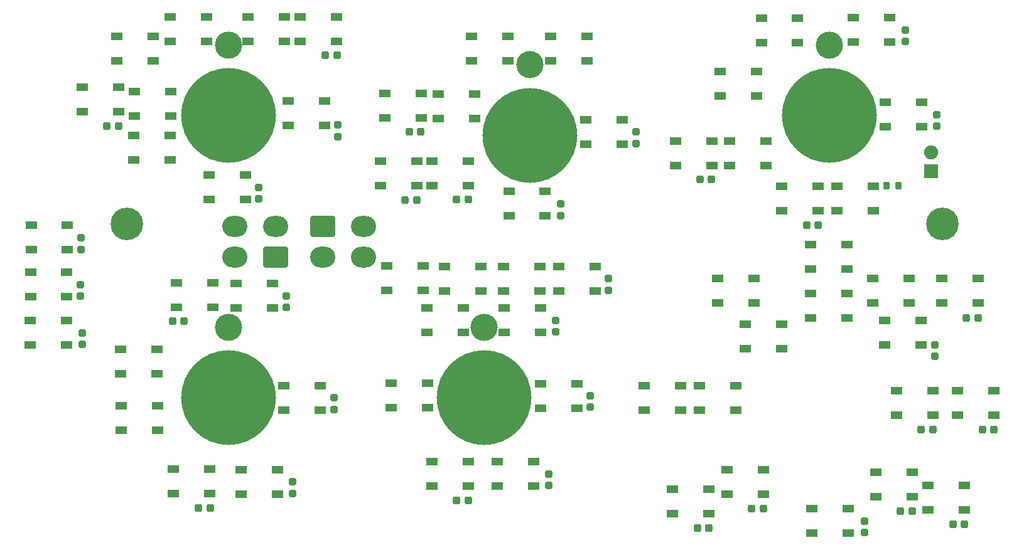
<source format=gbr>
%TF.GenerationSoftware,KiCad,Pcbnew,(6.0.9)*%
%TF.CreationDate,2022-12-26T22:24:29-09:00*%
%TF.ProjectId,PCB_ SIM CONTROL PANEL,5043422c-2053-4494-9d20-434f4e54524f,rev?*%
%TF.SameCoordinates,Original*%
%TF.FileFunction,Soldermask,Top*%
%TF.FilePolarity,Negative*%
%FSLAX46Y46*%
G04 Gerber Fmt 4.6, Leading zero omitted, Abs format (unit mm)*
G04 Created by KiCad (PCBNEW (6.0.9)) date 2022-12-26 22:24:29*
%MOMM*%
%LPD*%
G01*
G04 APERTURE LIST*
G04 Aperture macros list*
%AMRoundRect*
0 Rectangle with rounded corners*
0 $1 Rounding radius*
0 $2 $3 $4 $5 $6 $7 $8 $9 X,Y pos of 4 corners*
0 Add a 4 corners polygon primitive as box body*
4,1,4,$2,$3,$4,$5,$6,$7,$8,$9,$2,$3,0*
0 Add four circle primitives for the rounded corners*
1,1,$1+$1,$2,$3*
1,1,$1+$1,$4,$5*
1,1,$1+$1,$6,$7*
1,1,$1+$1,$8,$9*
0 Add four rect primitives between the rounded corners*
20,1,$1+$1,$2,$3,$4,$5,0*
20,1,$1+$1,$4,$5,$6,$7,0*
20,1,$1+$1,$6,$7,$8,$9,0*
20,1,$1+$1,$8,$9,$2,$3,0*%
G04 Aperture macros list end*
%ADD10RoundRect,0.050000X-0.750000X-0.450000X0.750000X-0.450000X0.750000X0.450000X-0.750000X0.450000X0*%
%ADD11RoundRect,0.250000X0.200000X0.275000X-0.200000X0.275000X-0.200000X-0.275000X0.200000X-0.275000X0*%
%ADD12RoundRect,0.275000X-0.225000X-0.250000X0.225000X-0.250000X0.225000X0.250000X-0.225000X0.250000X0*%
%ADD13RoundRect,0.275000X-0.250000X0.225000X-0.250000X-0.225000X0.250000X-0.225000X0.250000X0.225000X0*%
%ADD14C,12.800000*%
%ADD15C,3.672000*%
%ADD16C,4.400000*%
%ADD17RoundRect,0.275000X0.250000X-0.225000X0.250000X0.225000X-0.250000X0.225000X-0.250000X-0.225000X0*%
%ADD18RoundRect,0.050000X0.900000X-0.900000X0.900000X0.900000X-0.900000X0.900000X-0.900000X-0.900000X0*%
%ADD19C,1.900000*%
%ADD20RoundRect,0.300001X1.399999X-1.099999X1.399999X1.099999X-1.399999X1.099999X-1.399999X-1.099999X0*%
%ADD21O,3.400000X2.800000*%
%ADD22RoundRect,0.300001X-1.399999X1.099999X-1.399999X-1.099999X1.399999X-1.099999X1.399999X1.099999X0*%
G04 APERTURE END LIST*
D10*
%TO.C,D2*%
X94933600Y-57938400D03*
X94933600Y-61238400D03*
X99833600Y-61238400D03*
X99833600Y-57938400D03*
%TD*%
%TO.C,D3*%
X102147000Y-55322200D03*
X102147000Y-58622200D03*
X107047000Y-58622200D03*
X107047000Y-55322200D03*
%TD*%
%TO.C,D4*%
X112649000Y-55347800D03*
X112649000Y-58647800D03*
X117549000Y-58647800D03*
X117549000Y-55347800D03*
%TD*%
%TO.C,D5*%
X119710000Y-55322400D03*
X119710000Y-58622400D03*
X124610000Y-58622400D03*
X124610000Y-55322400D03*
%TD*%
%TO.C,D6*%
X118061000Y-66701200D03*
X118061000Y-70001200D03*
X122961000Y-70001200D03*
X122961000Y-66701200D03*
%TD*%
%TO.C,D7*%
X107368000Y-76683400D03*
X107368000Y-79983400D03*
X112268000Y-79983400D03*
X112268000Y-76683400D03*
%TD*%
%TO.C,D8*%
X97219600Y-71324200D03*
X97219600Y-74624200D03*
X102119600Y-74624200D03*
X102119600Y-71324200D03*
%TD*%
%TO.C,D9*%
X97309600Y-65456600D03*
X97309600Y-68756600D03*
X102209600Y-68756600D03*
X102209600Y-65456600D03*
%TD*%
%TO.C,D10*%
X90299200Y-64847000D03*
X90299200Y-68147000D03*
X95199200Y-68147000D03*
X95199200Y-64847000D03*
%TD*%
%TO.C,D11*%
X131117000Y-65634400D03*
X131117000Y-68934400D03*
X136017000Y-68934400D03*
X136017000Y-65634400D03*
%TD*%
%TO.C,D12*%
X138305000Y-65786800D03*
X138305000Y-69086800D03*
X143205000Y-69086800D03*
X143205000Y-65786800D03*
%TD*%
%TO.C,D13*%
X130482000Y-74829200D03*
X130482000Y-78129200D03*
X135382000Y-78129200D03*
X135382000Y-74829200D03*
%TD*%
%TO.C,D14*%
X137442000Y-74803800D03*
X137442000Y-78103800D03*
X142342000Y-78103800D03*
X142342000Y-74803800D03*
%TD*%
%TO.C,D15*%
X147830000Y-78918600D03*
X147830000Y-82218600D03*
X152730000Y-82218600D03*
X152730000Y-78918600D03*
%TD*%
%TO.C,D16*%
X158230000Y-69190600D03*
X158230000Y-72490600D03*
X163130000Y-72490600D03*
X163130000Y-69190600D03*
%TD*%
%TO.C,D17*%
X153430000Y-57963800D03*
X153430000Y-61263800D03*
X158330000Y-61263800D03*
X158330000Y-57963800D03*
%TD*%
%TO.C,D18*%
X142776000Y-57938200D03*
X142776000Y-61238200D03*
X147676000Y-61238200D03*
X147676000Y-57938200D03*
%TD*%
%TO.C,D19*%
X181864000Y-55499800D03*
X181864000Y-58799800D03*
X186764000Y-58799800D03*
X186764000Y-55499800D03*
%TD*%
%TO.C,D20*%
X194248000Y-55423800D03*
X194248000Y-58723800D03*
X199148000Y-58723800D03*
X199148000Y-55423800D03*
%TD*%
%TO.C,D21*%
X198554000Y-66879000D03*
X198554000Y-70179000D03*
X203454000Y-70179000D03*
X203454000Y-66879000D03*
%TD*%
%TO.C,D22*%
X192102000Y-78207800D03*
X192102000Y-81507800D03*
X197002000Y-81507800D03*
X197002000Y-78207800D03*
%TD*%
%TO.C,D23*%
X184635000Y-78232800D03*
X184635000Y-81532800D03*
X189535000Y-81532800D03*
X189535000Y-78232800D03*
%TD*%
%TO.C,D24*%
X177574000Y-72086000D03*
X177574000Y-75386000D03*
X182474000Y-75386000D03*
X182474000Y-72086000D03*
%TD*%
%TO.C,D25*%
X170282000Y-72136800D03*
X170282000Y-75436800D03*
X175182000Y-75436800D03*
X175182000Y-72136800D03*
%TD*%
%TO.C,D26*%
X176304000Y-62713400D03*
X176304000Y-66013400D03*
X181204000Y-66013400D03*
X181204000Y-62713400D03*
%TD*%
%TO.C,D27*%
X83390400Y-83490600D03*
X83390400Y-86790600D03*
X88290400Y-86790600D03*
X88290400Y-83490600D03*
%TD*%
%TO.C,D28*%
X83314200Y-89815200D03*
X83314200Y-93115200D03*
X88214200Y-93115200D03*
X88214200Y-89815200D03*
%TD*%
%TO.C,D29*%
X83288800Y-96292200D03*
X83288800Y-99592200D03*
X88188800Y-99592200D03*
X88188800Y-96292200D03*
%TD*%
%TO.C,D30*%
X102999000Y-91212200D03*
X102999000Y-94512200D03*
X107899000Y-94512200D03*
X107899000Y-91212200D03*
%TD*%
%TO.C,D31*%
X111076000Y-91313800D03*
X111076000Y-94613800D03*
X115976000Y-94613800D03*
X115976000Y-91313800D03*
%TD*%
%TO.C,D32*%
X117489000Y-105106000D03*
X117489000Y-108406000D03*
X122389000Y-108406000D03*
X122389000Y-105106000D03*
%TD*%
%TO.C,D33*%
X111686000Y-116434000D03*
X111686000Y-119734000D03*
X116586000Y-119734000D03*
X116586000Y-116434000D03*
%TD*%
%TO.C,D34*%
X102604000Y-116384000D03*
X102604000Y-119684000D03*
X107504000Y-119684000D03*
X107504000Y-116384000D03*
%TD*%
%TO.C,D35*%
X95531600Y-107824000D03*
X95531600Y-111124000D03*
X100431600Y-111124000D03*
X100431600Y-107824000D03*
%TD*%
%TO.C,D36*%
X95441600Y-100204000D03*
X95441600Y-103504000D03*
X100341600Y-103504000D03*
X100341600Y-100204000D03*
%TD*%
%TO.C,D37*%
X131383000Y-88977200D03*
X131383000Y-92277200D03*
X136283000Y-92277200D03*
X136283000Y-88977200D03*
%TD*%
D11*
%TO.C,R1*%
X200367000Y-78079600D03*
X198717000Y-78079600D03*
%TD*%
D10*
%TO.C,D38*%
X188493000Y-86056000D03*
X188493000Y-89356000D03*
X193393000Y-89356000D03*
X193393000Y-86056000D03*
%TD*%
%TO.C,D39*%
X196903000Y-90653400D03*
X196903000Y-93953400D03*
X201803000Y-93953400D03*
X201803000Y-90653400D03*
%TD*%
%TO.C,D40*%
X206199000Y-90679200D03*
X206199000Y-93979200D03*
X211099000Y-93979200D03*
X211099000Y-90679200D03*
%TD*%
%TO.C,D41*%
X198503000Y-96343000D03*
X198503000Y-99643000D03*
X203403000Y-99643000D03*
X203403000Y-96343000D03*
%TD*%
%TO.C,D42*%
X200090000Y-105843000D03*
X200090000Y-109143000D03*
X204990000Y-109143000D03*
X204990000Y-105843000D03*
%TD*%
%TO.C,D43*%
X208345000Y-105817000D03*
X208345000Y-109117000D03*
X213245000Y-109117000D03*
X213245000Y-105817000D03*
%TD*%
%TO.C,D44*%
X204345000Y-118593000D03*
X204345000Y-121893000D03*
X209245000Y-121893000D03*
X209245000Y-118593000D03*
%TD*%
%TO.C,D45*%
X197284000Y-116841000D03*
X197284000Y-120141000D03*
X202184000Y-120141000D03*
X202184000Y-116841000D03*
%TD*%
%TO.C,D46*%
X188685000Y-121743000D03*
X188685000Y-125043000D03*
X193585000Y-125043000D03*
X193585000Y-121743000D03*
%TD*%
%TO.C,D47*%
X177269000Y-116460000D03*
X177269000Y-119760000D03*
X182169000Y-119760000D03*
X182169000Y-116460000D03*
%TD*%
%TO.C,D48*%
X169864000Y-119102000D03*
X169864000Y-122402000D03*
X174764000Y-122402000D03*
X174764000Y-119102000D03*
%TD*%
%TO.C,D49*%
X173496000Y-105157000D03*
X173496000Y-108457000D03*
X178396000Y-108457000D03*
X178396000Y-105157000D03*
%TD*%
%TO.C,D50*%
X166042000Y-105157000D03*
X166042000Y-108457000D03*
X170942000Y-108457000D03*
X170942000Y-105157000D03*
%TD*%
%TO.C,D51*%
X179682000Y-96800200D03*
X179682000Y-100100200D03*
X184582000Y-100100200D03*
X184582000Y-96800200D03*
%TD*%
%TO.C,D52*%
X175973000Y-90678800D03*
X175973000Y-93978800D03*
X180873000Y-93978800D03*
X180873000Y-90678800D03*
%TD*%
%TO.C,D53*%
X188482000Y-92711000D03*
X188482000Y-96011000D03*
X193382000Y-96011000D03*
X193382000Y-92711000D03*
%TD*%
%TO.C,D54*%
X139118000Y-89002800D03*
X139118000Y-92302800D03*
X144018000Y-92302800D03*
X144018000Y-89002800D03*
%TD*%
%TO.C,D55*%
X147105000Y-89028000D03*
X147105000Y-92328000D03*
X152005000Y-92328000D03*
X152005000Y-89028000D03*
%TD*%
%TO.C,D56*%
X154536000Y-89027800D03*
X154536000Y-92327800D03*
X159436000Y-92327800D03*
X159436000Y-89027800D03*
%TD*%
%TO.C,D57*%
X147170000Y-94615800D03*
X147170000Y-97915800D03*
X152070000Y-97915800D03*
X152070000Y-94615800D03*
%TD*%
%TO.C,D58*%
X152097000Y-104852000D03*
X152097000Y-108152000D03*
X156997000Y-108152000D03*
X156997000Y-104852000D03*
%TD*%
%TO.C,D59*%
X146242000Y-115368000D03*
X146242000Y-118668000D03*
X151142000Y-118668000D03*
X151142000Y-115368000D03*
%TD*%
%TO.C,D60*%
X137442000Y-115393000D03*
X137442000Y-118693000D03*
X142342000Y-118693000D03*
X142342000Y-115393000D03*
%TD*%
%TO.C,D61*%
X131981000Y-104827000D03*
X131981000Y-108127000D03*
X136881000Y-108127000D03*
X136881000Y-104827000D03*
%TD*%
%TO.C,D62*%
X136767000Y-94641400D03*
X136767000Y-97941400D03*
X141667000Y-97941400D03*
X141667000Y-94641400D03*
%TD*%
D12*
%TO.C,C2*%
X173607500Y-77290000D03*
X175157500Y-77290000D03*
%TD*%
%TO.C,C3*%
X93625000Y-70050000D03*
X95175000Y-70050000D03*
%TD*%
D13*
%TO.C,C5*%
X90279200Y-97975100D03*
X90279200Y-99525100D03*
%TD*%
%TO.C,C6*%
X118656000Y-118120000D03*
X118656000Y-119670000D03*
%TD*%
%TO.C,C7*%
X153190000Y-117073000D03*
X153190000Y-118623000D03*
%TD*%
%TO.C,C8*%
X154104000Y-96309000D03*
X154104000Y-97859000D03*
%TD*%
%TO.C,C9*%
X154795000Y-80604000D03*
X154795000Y-82154000D03*
%TD*%
%TO.C,C10*%
X205519000Y-68554200D03*
X205519000Y-70104200D03*
%TD*%
%TO.C,C11*%
X201267000Y-57101300D03*
X201267000Y-58651300D03*
%TD*%
%TO.C,C13*%
X195783000Y-123416000D03*
X195783000Y-124966000D03*
%TD*%
D14*
%TO.C,1*%
X109996995Y-68670097D03*
D15*
X109996995Y-59145097D03*
D14*
X109996995Y-68670097D03*
%TD*%
D15*
%TO.C,2*%
X150636995Y-61812097D03*
D14*
X150636995Y-71337097D03*
X150636995Y-71337097D03*
%TD*%
%TO.C,3*%
X191022995Y-68670097D03*
D15*
X191022995Y-59145097D03*
D14*
X191022995Y-68670097D03*
%TD*%
D15*
%TO.C,4*%
X109996995Y-97245097D03*
D14*
X109996995Y-106770097D03*
X109996995Y-106770097D03*
%TD*%
%TO.C,5*%
X144436009Y-106770097D03*
D15*
X144436009Y-97245097D03*
D14*
X144436009Y-106770097D03*
%TD*%
D16*
%TO.C,6*%
X206262994Y-83275097D03*
%TD*%
%TO.C,7*%
X96280995Y-83275097D03*
%TD*%
D13*
%TO.C,C14*%
X90050000Y-91487500D03*
X90050000Y-93037500D03*
%TD*%
%TO.C,C15*%
X114100000Y-78337500D03*
X114100000Y-79887500D03*
%TD*%
%TO.C,C16*%
X90100000Y-85187500D03*
X90100000Y-86737500D03*
%TD*%
D17*
%TO.C,C17*%
X124770000Y-71492500D03*
X124770000Y-69942500D03*
%TD*%
D12*
%TO.C,C18*%
X134387500Y-70850000D03*
X135937500Y-70850000D03*
%TD*%
%TO.C,C19*%
X140787500Y-80000000D03*
X142337500Y-80000000D03*
%TD*%
%TO.C,C20*%
X123087500Y-60550000D03*
X124637500Y-60550000D03*
%TD*%
%TO.C,C21*%
X133837500Y-80050000D03*
X135387500Y-80050000D03*
%TD*%
D13*
%TO.C,C22*%
X124200000Y-106775000D03*
X124200000Y-108325000D03*
%TD*%
%TO.C,C23*%
X117800000Y-92987500D03*
X117800000Y-94537500D03*
%TD*%
%TO.C,C24*%
X161250000Y-90687500D03*
X161250000Y-92237500D03*
%TD*%
D12*
%TO.C,C25*%
X102487500Y-96400000D03*
X104037500Y-96400000D03*
%TD*%
%TO.C,C26*%
X180587500Y-121700000D03*
X182137500Y-121700000D03*
%TD*%
%TO.C,C27*%
X140787500Y-120600000D03*
X142337500Y-120600000D03*
%TD*%
%TO.C,C28*%
X105975000Y-121650000D03*
X107525000Y-121650000D03*
%TD*%
%TO.C,C30*%
X173237500Y-124350000D03*
X174787500Y-124350000D03*
%TD*%
%TO.C,C31*%
X200637500Y-122100000D03*
X202187500Y-122100000D03*
%TD*%
%TO.C,C32*%
X209537500Y-95950000D03*
X211087500Y-95950000D03*
%TD*%
D13*
%TO.C,C33*%
X158800000Y-106487500D03*
X158800000Y-108037500D03*
%TD*%
D12*
%TO.C,C34*%
X207687500Y-123875000D03*
X209237500Y-123875000D03*
%TD*%
%TO.C,C35*%
X187962500Y-83475000D03*
X189512500Y-83475000D03*
%TD*%
%TO.C,C36*%
X211712500Y-111075000D03*
X213262500Y-111075000D03*
%TD*%
D13*
%TO.C,C37*%
X164925000Y-70862500D03*
X164925000Y-72412500D03*
%TD*%
D12*
%TO.C,C29*%
X203437500Y-111050000D03*
X204987500Y-111050000D03*
%TD*%
D17*
%TO.C,C12*%
X205275000Y-101162500D03*
X205275000Y-99612500D03*
%TD*%
D18*
%TO.C,D1*%
X204725000Y-76165000D03*
D19*
X204725000Y-73625000D03*
%TD*%
D20*
%TO.C,J1*%
X116365000Y-87792600D03*
D21*
X116365000Y-83592600D03*
X110865000Y-87792600D03*
X110865000Y-83592600D03*
%TD*%
D22*
%TO.C,J2*%
X122725000Y-83609200D03*
D21*
X122725000Y-87809200D03*
X128225000Y-83609200D03*
X128225000Y-87809200D03*
%TD*%
M02*

</source>
